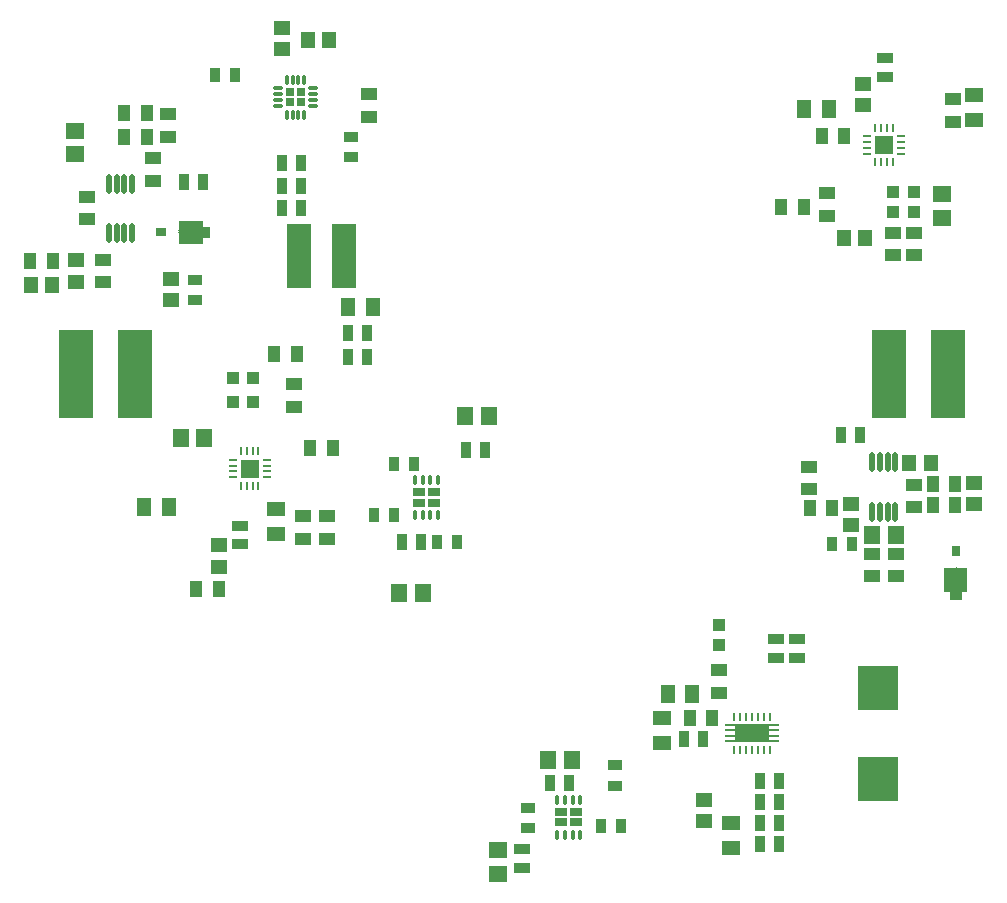
<source format=gtp>
%FSLAX42Y42*%
%MOMM*%
G71*
G01*
G75*
G04 Layer_Color=7307173*
%ADD10R,2.15X5.50*%
%ADD11R,3.00X7.50*%
%ADD12R,3.50X3.80*%
%ADD13O,0.25X0.70*%
%ADD14O,0.70X0.25*%
%ADD15R,1.60X1.60*%
%ADD16O,0.45X1.70*%
%ADD17R,0.66X0.94*%
%ADD18R,0.00X0.00*%
%ADD19R,0.00X0.00*%
%ADD20R,0.84X0.66*%
%ADD21R,1.70X1.70*%
%ADD22O,0.85X0.28*%
%ADD23O,0.28X0.85*%
%ADD24R,1.40X1.05*%
%ADD25R,1.25X1.50*%
%ADD26R,0.85X1.30*%
%ADD27R,1.00X1.00*%
G04:AMPARAMS|DCode=28|XSize=0.24mm|YSize=0.6mm|CornerRadius=0.08mm|HoleSize=0mm|Usage=FLASHONLY|Rotation=0.000|XOffset=0mm|YOffset=0mm|HoleType=Round|Shape=RoundedRectangle|*
%AMROUNDEDRECTD28*
21,1,0.24,0.43,0,0,0.0*
21,1,0.07,0.60,0,0,0.0*
1,1,0.17,0.04,-0.22*
1,1,0.17,-0.04,-0.22*
1,1,0.17,-0.04,0.22*
1,1,0.17,0.04,0.22*
%
%ADD28ROUNDEDRECTD28*%
%ADD29R,2.40X1.65*%
%ADD30O,0.30X0.85*%
%ADD31R,1.45X1.15*%
%ADD32R,1.15X1.45*%
%ADD33R,1.55X1.35*%
%ADD34R,0.95X1.35*%
%ADD35R,1.30X0.85*%
%ADD36R,1.05X1.40*%
%ADD37R,1.50X1.25*%
%ADD38R,1.00X1.00*%
%ADD39R,0.94X0.66*%
%ADD40R,0.00X0.00*%
%ADD41R,0.00X0.00*%
%ADD42R,0.66X0.84*%
%ADD43R,1.35X0.95*%
%ADD44R,1.35X1.55*%
%ADD45C,1.00*%
%ADD46C,0.64*%
%ADD47C,0.51*%
%ADD48C,0.38*%
%ADD49C,0.43*%
%ADD50C,0.25*%
%ADD51C,0.46*%
%ADD52C,0.76*%
%ADD53R,0.85X0.20*%
%ADD54R,2.85X1.58*%
%ADD55C,2.10*%
%ADD56C,1.50*%
%ADD57R,1.50X1.50*%
%ADD58R,1.50X1.50*%
%ADD59C,7.00*%
%ADD60C,0.50*%
%ADD61C,0.46*%
%ADD62C,0.61*%
%ADD63C,1.02*%
%ADD64C,2.22*%
%ADD65C,1.92*%
%ADD66C,4.22*%
%ADD67C,1.22*%
%ADD68C,1.22*%
%ADD69C,1.32*%
%ADD70C,0.25*%
%ADD71C,0.20*%
%ADD72C,0.10*%
%ADD73C,0.20*%
%ADD74C,0.60*%
%ADD75C,0.05*%
%ADD76R,0.58X0.17*%
%ADD77R,0.46X1.70*%
%ADD78R,0.65X0.19*%
%ADD79R,0.19X0.65*%
%ADD80R,1.70X0.46*%
%ADD81R,0.17X0.58*%
%ADD82R,0.70X0.70*%
%ADD83R,0.70X0.70*%
%ADD84R,1.00X0.65*%
G36*
X8339Y3141D02*
X8291D01*
Y3075D01*
X8197D01*
Y3141D01*
X8146D01*
Y3342D01*
X8339D01*
Y3141D01*
D02*
G37*
G36*
X1864Y6235D02*
X1930D01*
Y6141D01*
X1864D01*
Y6090D01*
X1664D01*
Y6283D01*
X1864D01*
Y6235D01*
D02*
G37*
D10*
X2678Y5985D02*
D03*
X3063D02*
D03*
D11*
X1291Y4990D02*
D03*
X791D02*
D03*
X8175Y4985D02*
D03*
X7675D02*
D03*
D12*
X7582Y1560D02*
D03*
Y2330D02*
D03*
D13*
X2338Y4331D02*
D03*
X2288D02*
D03*
X2238D02*
D03*
X2188D02*
D03*
Y4041D02*
D03*
X2238D02*
D03*
X2288D02*
D03*
X2338D02*
D03*
X7558Y7068D02*
D03*
X7608D02*
D03*
X7658D02*
D03*
X7708D02*
D03*
Y6779D02*
D03*
X7658D02*
D03*
X7608D02*
D03*
X7558D02*
D03*
D14*
X2118Y4261D02*
D03*
Y4211D02*
D03*
Y4161D02*
D03*
Y4111D02*
D03*
X2408D02*
D03*
Y4161D02*
D03*
Y4211D02*
D03*
Y4261D02*
D03*
X7488Y6849D02*
D03*
Y6899D02*
D03*
Y6948D02*
D03*
Y6999D02*
D03*
X7778D02*
D03*
Y6948D02*
D03*
Y6899D02*
D03*
Y6849D02*
D03*
D15*
X2263Y4186D02*
D03*
X7633Y6923D02*
D03*
D16*
X1266Y6177D02*
D03*
X1136D02*
D03*
X1071D02*
D03*
X1201D02*
D03*
X1266Y6597D02*
D03*
X1136D02*
D03*
X1201D02*
D03*
X1071D02*
D03*
X7535Y3818D02*
D03*
X7600D02*
D03*
X7665D02*
D03*
X7730D02*
D03*
X7535Y4238D02*
D03*
X7600D02*
D03*
X7665D02*
D03*
X7730D02*
D03*
D17*
X1749Y6187D02*
D03*
D18*
X1669Y6183D02*
D03*
D19*
X1666Y6200D02*
D03*
D20*
X1516Y6187D02*
D03*
D22*
X2503Y7256D02*
D03*
Y7306D02*
D03*
Y7356D02*
D03*
Y7406D02*
D03*
X2798D02*
D03*
Y7356D02*
D03*
Y7306D02*
D03*
Y7256D02*
D03*
D23*
X2576Y7478D02*
D03*
X2626D02*
D03*
X2676D02*
D03*
X2726D02*
D03*
Y7183D02*
D03*
X2676D02*
D03*
X2626D02*
D03*
X2576D02*
D03*
D24*
X1575Y7185D02*
D03*
Y6995D02*
D03*
X6998Y4009D02*
D03*
Y4199D02*
D03*
X7531Y3462D02*
D03*
Y3272D02*
D03*
X7734Y3462D02*
D03*
Y3272D02*
D03*
X6235Y2476D02*
D03*
Y2286D02*
D03*
X8217Y7121D02*
D03*
Y7311D02*
D03*
X7709Y6180D02*
D03*
Y5990D02*
D03*
X7887Y6180D02*
D03*
Y5990D02*
D03*
X7150Y6325D02*
D03*
Y6515D02*
D03*
X7887Y4047D02*
D03*
Y3857D02*
D03*
X1448Y6812D02*
D03*
Y6622D02*
D03*
X1025Y5764D02*
D03*
Y5954D02*
D03*
X889Y6489D02*
D03*
Y6299D02*
D03*
X2642Y4709D02*
D03*
Y4899D02*
D03*
X2718Y3781D02*
D03*
Y3591D02*
D03*
X2921Y3781D02*
D03*
Y3591D02*
D03*
X3272Y7165D02*
D03*
Y7355D02*
D03*
D25*
X3305Y5553D02*
D03*
X3095D02*
D03*
X5801Y2275D02*
D03*
X6010D02*
D03*
X7166Y7228D02*
D03*
X6956D02*
D03*
X1578Y3864D02*
D03*
X1368D02*
D03*
D26*
X3483Y4223D02*
D03*
X3653D02*
D03*
X5236Y1158D02*
D03*
X5406D02*
D03*
X7362Y3545D02*
D03*
X7192D02*
D03*
X2142Y7521D02*
D03*
X1972D02*
D03*
X4021Y3567D02*
D03*
X3851D02*
D03*
X3317Y3795D02*
D03*
X3487D02*
D03*
D27*
X2295Y4753D02*
D03*
X2125D02*
D03*
X2295Y4956D02*
D03*
X2125D02*
D03*
D28*
X6365Y2085D02*
D03*
X6415D02*
D03*
X6465D02*
D03*
X6515D02*
D03*
X6565D02*
D03*
X6615D02*
D03*
X6665D02*
D03*
Y1805D02*
D03*
X6615D02*
D03*
X6565D02*
D03*
X6515D02*
D03*
X6465D02*
D03*
X6415D02*
D03*
X6365D02*
D03*
D30*
X3857Y3793D02*
D03*
X3792D02*
D03*
X3727D02*
D03*
X3662D02*
D03*
Y4088D02*
D03*
X3727D02*
D03*
X3792D02*
D03*
X3857D02*
D03*
X4868Y1086D02*
D03*
X4933D02*
D03*
X4998D02*
D03*
X5063D02*
D03*
Y1381D02*
D03*
X4998D02*
D03*
X4933D02*
D03*
X4868D02*
D03*
D31*
X6108Y1199D02*
D03*
Y1379D02*
D03*
X7455Y7265D02*
D03*
Y7445D02*
D03*
X7353Y3709D02*
D03*
Y3889D02*
D03*
X8395Y3887D02*
D03*
Y4067D02*
D03*
X1600Y5611D02*
D03*
Y5791D02*
D03*
X797Y5769D02*
D03*
Y5949D02*
D03*
X2540Y7916D02*
D03*
Y7736D02*
D03*
X2007Y3535D02*
D03*
Y3355D02*
D03*
D32*
X590Y5741D02*
D03*
X410D02*
D03*
X2755Y7814D02*
D03*
X2935D02*
D03*
X7477Y6140D02*
D03*
X7297D02*
D03*
X7847Y4231D02*
D03*
X8028D02*
D03*
D33*
X787Y6846D02*
D03*
Y7046D02*
D03*
X4369Y757D02*
D03*
Y957D02*
D03*
X8124Y6507D02*
D03*
Y6307D02*
D03*
D34*
X1871Y6616D02*
D03*
X1711D02*
D03*
X4970Y1522D02*
D03*
X4810D02*
D03*
X6588Y1539D02*
D03*
X6747D02*
D03*
X6588Y1361D02*
D03*
X6747D02*
D03*
X6588Y1183D02*
D03*
X6747D02*
D03*
X6588Y1005D02*
D03*
X6747D02*
D03*
X5940Y1899D02*
D03*
X6100D02*
D03*
X7433Y4470D02*
D03*
X7273D02*
D03*
X2696Y6582D02*
D03*
X2536D02*
D03*
X2696Y6775D02*
D03*
X2536D02*
D03*
X2696Y6391D02*
D03*
X2536D02*
D03*
X3255Y5134D02*
D03*
X3095D02*
D03*
X3255Y5337D02*
D03*
X3095D02*
D03*
X3551Y3567D02*
D03*
X3711D02*
D03*
X4257Y4341D02*
D03*
X4097D02*
D03*
D35*
X5359Y1502D02*
D03*
Y1673D02*
D03*
X4623Y1310D02*
D03*
Y1140D02*
D03*
X1803Y5616D02*
D03*
Y5786D02*
D03*
X3124Y6997D02*
D03*
Y6827D02*
D03*
D36*
X6178Y2072D02*
D03*
X5988D02*
D03*
X7106Y7000D02*
D03*
X7296D02*
D03*
X6953Y6403D02*
D03*
X6763D02*
D03*
X8046Y4053D02*
D03*
X8236D02*
D03*
X8236Y3875D02*
D03*
X8046D02*
D03*
X7194Y3850D02*
D03*
X7004D02*
D03*
X595Y5944D02*
D03*
X405D02*
D03*
X2660Y5159D02*
D03*
X2470D02*
D03*
X2000Y3165D02*
D03*
X1810D02*
D03*
X2775Y4362D02*
D03*
X2965D02*
D03*
X1390Y7200D02*
D03*
X1200D02*
D03*
X1390Y6997D02*
D03*
X1200D02*
D03*
D37*
X6337Y1183D02*
D03*
Y973D02*
D03*
X5753Y1865D02*
D03*
Y2075D02*
D03*
X8395Y7346D02*
D03*
Y7136D02*
D03*
X2489Y3632D02*
D03*
Y3842D02*
D03*
D38*
X6235Y2860D02*
D03*
Y2690D02*
D03*
X7709Y6526D02*
D03*
Y6356D02*
D03*
X7887Y6526D02*
D03*
Y6356D02*
D03*
D39*
X8242Y3257D02*
D03*
D40*
X8238Y3337D02*
D03*
D41*
X8255Y3340D02*
D03*
D42*
X8242Y3489D02*
D03*
D43*
X4572Y963D02*
D03*
Y803D02*
D03*
X6722Y2581D02*
D03*
Y2741D02*
D03*
X6900Y2581D02*
D03*
Y2741D02*
D03*
X7645Y7504D02*
D03*
Y7664D02*
D03*
X2184Y3543D02*
D03*
Y3703D02*
D03*
D44*
X4990Y1715D02*
D03*
X4790D02*
D03*
X7733Y3621D02*
D03*
X7533D02*
D03*
X1678Y4448D02*
D03*
X1878D02*
D03*
X3531Y3135D02*
D03*
X3731D02*
D03*
X4090Y4633D02*
D03*
X4290D02*
D03*
D53*
X6330Y1876D02*
D03*
Y1922D02*
D03*
X6330Y1968D02*
D03*
Y2014D02*
D03*
X6700Y1876D02*
D03*
X6700Y1922D02*
D03*
X6700Y1968D02*
D03*
Y2014D02*
D03*
D54*
X6515Y1945D02*
D03*
D82*
X2606Y7376D02*
D03*
X2696Y7286D02*
D03*
D83*
Y7376D02*
D03*
X2606Y7286D02*
D03*
D84*
X3697Y3985D02*
D03*
X3697Y3895D02*
D03*
X3822Y3895D02*
D03*
X3822Y3985D02*
D03*
X4903Y1189D02*
D03*
X4903Y1279D02*
D03*
X5028Y1279D02*
D03*
X5028Y1189D02*
D03*
M02*

</source>
